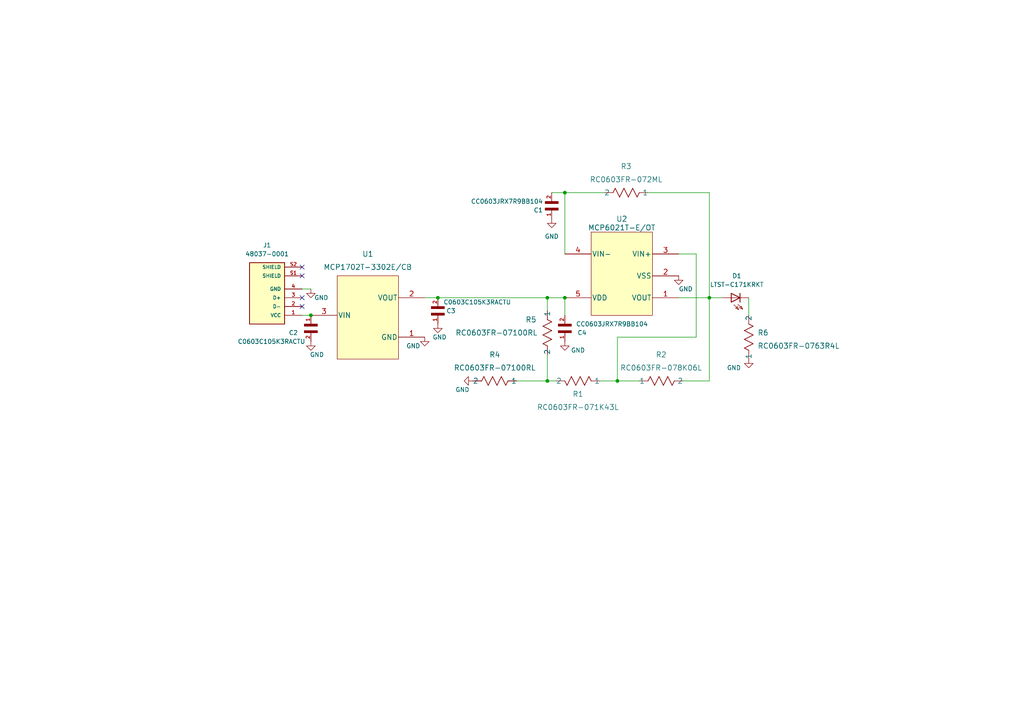
<source format=kicad_sch>
(kicad_sch (version 20211123) (generator eeschema)
  (paper "A4")
  (title_block (title "Eclectronics Mini-project 1") (company "Olin College of Engineering") (comment 1 "Kenta Burpee"))
  (lib_symbols
    (symbol "EclectronicsMP1:48037-0001" (pin_names (offset 1.016))
      (property "Reference" "J1" (at 0 15.24 0))
      (property "Value" "48037-0001" (at 0 12.7 0))
      (symbol "48037-0001_0_0"
        (rectangle (start -5.08 -10.16) (end 5.08 7.62) (stroke (width 0.254)) (fill (type background)))
        (pin power_in line (at -10.16 5.08 0) (length 5.08) (name "VCC") (number "1"))
        (pin bidirectional line (at -10.16 2.54 0) (length 5.08) (name "D-") (number "2"))
        (pin bidirectional line (at -10.16 0 0) (length 5.08) (name "D+") (number "3"))
        (pin power_in line (at -10.16 -2.54 0) (length 5.08) (name "GND") (number "4"))
        (pin passive line (at -10.16 -6.35 0) (length 5.08) (name "SHIELD") (number "S1"))
        (pin passive line (at -10.16 -8.89 0) (length 5.08) (name "SHIELD") (number "S2"))
      )
    )
    (symbol "EclectronicsMP1:C0603C105K3RACTU" (pin_names (offset 1.016) hide)
      (property "Reference" "C" (at 0 3.81 0))
      (property "Value" "C0603C105K3RACTU" (at 0 -5.08 0))
      (symbol "C0603C105K3RACTU_0_0"
        (rectangle (start 0 -1.905) (end 0.635 1.905) (fill (type outline)))
        (rectangle (start 1.905 -1.905) (end 2.54 1.905) (fill (type outline)))
        (pin passive line (at 5.08 0 180) (length 2.54) (name "~") (number "1"))
        (pin passive line (at -2.54 0 0) (length 2.54) (name "~") (number "2"))
      )
    )
    (symbol "EclectronicsMP1:CC0603JRX7R9BB104" (pin_names (offset 1.016) hide)
      (property "Reference" "C" (at 0 3.81 0))
      (property "Value" "CC0603JRX7R9BB104" (at 0 -5.08 0))
      (symbol "CC0603JRX7R9BB104_0_0"
        (rectangle (start 0 -1.905) (end 0.635 1.905) (fill (type outline)))
        (rectangle (start 1.905 -1.905) (end 2.54 1.905) (fill (type outline)))
        (pin passive line (at 5.08 0 180) (length 2.54) (name "~") (number "1"))
        (pin passive line (at -2.54 0 0) (length 2.54) (name "~") (number "2"))
      )
    )
    (symbol "EclectronicsMP1:LTST-C171KRKT" (pin_numbers hide) (pin_names (offset 1.016) hide)
      (property "Reference" "D" (at -2.032 4.064 0))
      (property "Value" "LTST-C171KRKT" (at -2.032 -5.715 0))
      (symbol "LTST-C171KRKT_0_0"
        (polyline (pts (xy 0 -1.27) (xy 0 0)) (stroke (width 0.254)))
        (polyline (pts (xy 0 0) (xy 0 1.27)) (stroke (width 0.254)))
        (polyline (pts (xy 0 0) (xy 2.54 1.27)) (stroke (width 0.254)))
        (polyline (pts (xy 0.635 1.905) (xy -0.762 3.302)) (stroke (width 0.1524)))
        (polyline (pts (xy 1.778 2.032) (xy 0.381 3.429)) (stroke (width 0.1524)))
        (polyline (pts (xy 2.54 -1.27) (xy 0 0)) (stroke (width 0.254)))
        (polyline (pts (xy 2.54 -1.27) (xy 2.54 0)) (stroke (width 0.254)))
        (polyline (pts (xy 2.54 0) (xy 0 0)) (stroke (width 0.1524)))
        (polyline (pts (xy 2.54 0) (xy 2.54 1.27)) (stroke (width 0.254)))
        (polyline (pts (xy -0.762 3.302) (xy 0.127 2.921) (xy -0.381 2.413) (xy -0.762 3.302)) (stroke (width 0.1524)) (fill (type background)))
        (polyline (pts (xy 0.381 3.429) (xy 1.27 3.048) (xy 0.762 2.54) (xy 0.381 3.429)) (stroke (width 0.1524)) (fill (type background)))
        (pin passive line (at 5.08 0 180) (length 2.54) (name "~") (number "+"))
        (pin passive line (at -2.54 0 0) (length 2.54) (name "~") (number "-"))
      )
    )
    (symbol "EclectronicsMP1:MCP1702T-3302E{brace}slash}CB" (pin_names (offset 0.254))
      (property "Reference" "U1" (at 27.94 10.16 0))
      (property "Value" "MCP1702T-3302E/CB" (at 27.94 6.35 0))
      (symbol "MCP1702T-3302E{brace}slash}CB_0_1"
        (rectangle (start 19.05 5.08) (end 36.83 -19.05) (fill (type background)))
      )
      (symbol "MCP1702T-3302E{brace}slash}CB_1_1"
        (pin power_in line (at 11.43 -1.27 0) (length 7.62) (name "GND") (number "1"))
        (pin power_out line (at 11.43 -12.7 0) (length 7.62) (name "VOUT") (number "2"))
        (pin power_in line (at 44.45 -7.62 180) (length 7.62) (name "VIN") (number "3"))
      )
    )
    (symbol "EclectronicsMP1:MCP6021T-E{brace}slash}OT" (pin_names (offset 0.254))
      (property "Reference" "U2" (at 29.21 11.43 0))
      (property "Value" "MCP6021T-E{slash}OT" (at 29.21 7.62 0))
      (symbol "MCP6021T-E{brace}slash}OT_0_1"
        (rectangle (start 21.59 5.08) (end 39.37 -19.05) (fill (type background)))
      )
      (symbol "MCP6021T-E{brace}slash}OT_1_1"
        (pin output line (at 13.97 0 0) (length 7.62) (name "VOUT") (number "1"))
        (pin power_in line (at 13.97 -6.35 0) (length 7.62) (name "VSS") (number "2"))
        (pin input line (at 13.97 -12.7 0) (length 7.62) (name "VIN+") (number "3"))
        (pin input line (at 46.99 -12.7 180) (length 7.62) (name "VIN-") (number "4"))
        (pin power_in line (at 46.99 0 180) (length 7.62) (name "VDD") (number "5"))
      )
    )
    (symbol "EclectronicsMP1:RC0603FR-07100RL" (pin_numbers hide) (pin_names (offset -2.54))
      (property "Reference" "R" (at 5.715 3.81 0))
      (property "Value" "RC0603FR-07100RL" (at 6.35 -6.985 0))
      (symbol "RC0603FR-07100RL_1_1"
        (polyline (pts (xy 2.54 0) (xy 3.175 1.27)) (stroke (width 0.2032)))
        (polyline (pts (xy 3.175 1.27) (xy 4.445 -1.27)) (stroke (width 0.2032)))
        (polyline (pts (xy 4.445 -1.27) (xy 5.715 1.27)) (stroke (width 0.2032)))
        (polyline (pts (xy 5.715 1.27) (xy 6.985 -1.27)) (stroke (width 0.2032)))
        (polyline (pts (xy 6.985 -1.27) (xy 8.255 1.27)) (stroke (width 0.2032)))
        (polyline (pts (xy 8.255 1.27) (xy 9.525 -1.27)) (stroke (width 0.2032)))
        (polyline (pts (xy 9.525 -1.27) (xy 10.16 0)) (stroke (width 0.2032)))
        (pin passive line (at 12.7 0 180) (length 2.54) (name "1") (number "1"))
        (pin passive line (at 0 0 0) (length 2.54) (name "2") (number "2"))
      )
    )
    (symbol "EclectronicsMP1:RC0603FR-071K43L" (pin_numbers hide) (pin_names (offset -2.54))
      (property "Reference" "R" (at 5.715 3.81 0))
      (property "Value" "RC0603FR-071K43L" (at 6.35 -6.985 0))
      (symbol "RC0603FR-071K43L_1_1"
        (polyline (pts (xy 2.54 0) (xy 3.175 1.27)) (stroke (width 0.2032)))
        (polyline (pts (xy 3.175 1.27) (xy 4.445 -1.27)) (stroke (width 0.2032)))
        (polyline (pts (xy 4.445 -1.27) (xy 5.715 1.27)) (stroke (width 0.2032)))
        (polyline (pts (xy 5.715 1.27) (xy 6.985 -1.27)) (stroke (width 0.2032)))
        (polyline (pts (xy 6.985 -1.27) (xy 8.255 1.27)) (stroke (width 0.2032)))
        (polyline (pts (xy 8.255 1.27) (xy 9.525 -1.27)) (stroke (width 0.2032)))
        (polyline (pts (xy 9.525 -1.27) (xy 10.16 0)) (stroke (width 0.2032)))
        (pin passive line (at 12.7 0 180) (length 2.54) (name "1") (number "1"))
        (pin passive line (at 0 0 0) (length 2.54) (name "2") (number "2"))
      )
    )
    (symbol "EclectronicsMP1:RC0603FR-072ML" (pin_numbers hide) (pin_names (offset -2.54))
      (property "Reference" "R" (at 5.715 3.81 0))
      (property "Value" "RC0603FR-072ML" (at 6.35 -6.985 0))
      (symbol "RC0603FR-072ML_1_1"
        (polyline (pts (xy 2.54 0) (xy 3.175 1.27)) (stroke (width 0.2032)))
        (polyline (pts (xy 3.175 1.27) (xy 4.445 -1.27)) (stroke (width 0.2032)))
        (polyline (pts (xy 4.445 -1.27) (xy 5.715 1.27)) (stroke (width 0.2032)))
        (polyline (pts (xy 5.715 1.27) (xy 6.985 -1.27)) (stroke (width 0.2032)))
        (polyline (pts (xy 6.985 -1.27) (xy 8.255 1.27)) (stroke (width 0.2032)))
        (polyline (pts (xy 8.255 1.27) (xy 9.525 -1.27)) (stroke (width 0.2032)))
        (polyline (pts (xy 9.525 -1.27) (xy 10.16 0)) (stroke (width 0.2032)))
        (pin passive line (at 12.7 0 180) (length 2.54) (name "1") (number "1"))
        (pin passive line (at 0 0 0) (length 2.54) (name "2") (number "2"))
      )
    )
    (symbol "EclectronicsMP1:RC0603FR-0763R4L" (pin_numbers hide) (pin_names (offset -2.54))
      (property "Reference" "R" (at 5.715 3.81 0))
      (property "Value" "RC0603FR-0763R4L" (at 6.35 -6.985 0))
      (symbol "RC0603FR-0763R4L_1_1"
        (polyline (pts (xy 2.54 0) (xy 3.175 1.27)) (stroke (width 0.2032)))
        (polyline (pts (xy 3.175 1.27) (xy 4.445 -1.27)) (stroke (width 0.2032)))
        (polyline (pts (xy 4.445 -1.27) (xy 5.715 1.27)) (stroke (width 0.2032)))
        (polyline (pts (xy 5.715 1.27) (xy 6.985 -1.27)) (stroke (width 0.2032)))
        (polyline (pts (xy 6.985 -1.27) (xy 8.255 1.27)) (stroke (width 0.2032)))
        (polyline (pts (xy 8.255 1.27) (xy 9.525 -1.27)) (stroke (width 0.2032)))
        (polyline (pts (xy 9.525 -1.27) (xy 10.16 0)) (stroke (width 0.2032)))
        (pin passive line (at 12.7 0 180) (length 2.54) (name "1") (number "1"))
        (pin passive line (at 0 0 0) (length 2.54) (name "2") (number "2"))
      )
    )
    (symbol "EclectronicsMP1:RC0603FR-078K06L" (pin_numbers hide) (pin_names (offset -2.54))
      (property "Reference" "R" (at 5.715 3.81 0))
      (property "Value" "RC0603FR-078K06L" (at 6.35 -6.985 0))
      (symbol "RC0603FR-078K06L_1_1"
        (polyline (pts (xy 2.54 0) (xy 3.175 1.27)) (stroke (width 0.2032)))
        (polyline (pts (xy 3.175 1.27) (xy 4.445 -1.27)) (stroke (width 0.2032)))
        (polyline (pts (xy 4.445 -1.27) (xy 5.715 1.27)) (stroke (width 0.2032)))
        (polyline (pts (xy 5.715 1.27) (xy 6.985 -1.27)) (stroke (width 0.2032)))
        (polyline (pts (xy 6.985 -1.27) (xy 8.255 1.27)) (stroke (width 0.2032)))
        (polyline (pts (xy 8.255 1.27) (xy 9.525 -1.27)) (stroke (width 0.2032)))
        (polyline (pts (xy 9.525 -1.27) (xy 10.16 0)) (stroke (width 0.2032)))
        (pin passive line (at 0 0 0) (length 2.54) (name "1") (number "1"))
        (pin passive line (at 12.7 0 180) (length 2.54) (name "2") (number "2"))
      )
    )
    (symbol "power:GND" (power) (pin_names (offset 0))
      (property "Value" "GND" (at 0 -3.81 0))
      (symbol "GND_0_1"
        (polyline (pts (xy 0 0) (xy 0 -1.27) (xy 1.27 -1.27) (xy 0 -2.54) (xy -1.27 -1.27) (xy 0 -1.27)))
      )
      (symbol "GND_1_1"
        (pin power_in line (at 0 0 270) (length 0) hide (name "GND") (number "1"))
      )
    )
  )
  (junction (at 158.75 86.36))
  (junction (at 158.75 110.49))
  (junction (at 163.83 86.36))
  (junction (at 90.17 91.44))
  (junction (at 127 86.36))
  (junction (at 163.83 55.88))
  (junction (at 205.74 86.36))
  (junction (at 179.07 110.49))
  (no_connect (at 87.63 88.9))
  (no_connect (at 87.63 86.36))
  (no_connect (at 87.63 80.01))
  (no_connect (at 87.63 77.47))
  (wire (pts (xy 179.07 110.49) (xy 185.42 110.49)))
  (wire (pts (xy 127 86.36) (xy 158.75 86.36)))
  (wire (pts (xy 196.85 73.66) (xy 201.93 73.66)))
  (wire (pts (xy 179.07 110.49) (xy 179.07 97.79)))
  (wire (pts (xy 161.29 110.49) (xy 158.75 110.49)))
  (wire (pts (xy 198.12 110.49) (xy 205.74 110.49)))
  (wire (pts (xy 163.83 55.88) (xy 163.83 73.66)))
  (wire (pts (xy 87.63 83.82) (xy 90.17 83.82)))
  (wire (pts (xy 163.83 91.44) (xy 163.83 86.36)))
  (wire (pts (xy 158.75 86.36) (xy 163.83 86.36)))
  (wire (pts (xy 201.93 97.79) (xy 201.93 73.66)))
  (wire (pts (xy 87.63 91.44) (xy 90.17 91.44)))
  (wire (pts (xy 187.96 55.88) (xy 205.74 55.88)))
  (wire (pts (xy 217.17 86.36) (xy 217.17 91.44)))
  (wire (pts (xy 158.75 86.36) (xy 158.75 90.17)))
  (wire (pts (xy 149.86 110.49) (xy 158.75 110.49)))
  (wire (pts (xy 179.07 97.79) (xy 201.93 97.79)))
  (wire (pts (xy 205.74 86.36) (xy 205.74 110.49)))
  (wire (pts (xy 123.19 86.36) (xy 127 86.36)))
  (wire (pts (xy 173.99 110.49) (xy 179.07 110.49)))
  (wire (pts (xy 196.85 86.36) (xy 205.74 86.36)))
  (wire (pts (xy 205.74 86.36) (xy 209.55 86.36)))
  (wire (pts (xy 160.02 55.88) (xy 163.83 55.88)))
  (wire (pts (xy 205.74 55.88) (xy 205.74 86.36)))
  (wire (pts (xy 163.83 55.88) (xy 175.26 55.88)))
  (wire (pts (xy 158.75 102.87) (xy 158.75 110.49)))
  (symbol (lib_id "power:GND") (at 217.17 104.14 0) (mirror y) (unit 1)
    (property "Reference" "#PWR0106" (effects hide))
    (property "Value" "GND" (at 210.82 106.68 0) (effects (justify right)))
  )
  (symbol (lib_id "EclectronicsMP1:RC0603FR-078K06L") (at 185.42 110.49 0) (unit 1)
    (property "Reference" "R2" (at 191.77 102.87 0) (effects (font (size 1.524 1.524))))
    (property "Value" "RC0603FR-078K06L" (at 191.77 106.68 0) (effects (font (size 1.524 1.524))))
    (property "Footprint" "EclectronicsMP1:RC0603FR-078K06L" (effects hide))
  )
  (symbol (lib_id "EclectronicsMP1:CC0603JRX7R9BB104") (at 163.83 93.98 270) (unit 1)
    (property "Reference" "C4" (at 170.18 96.52 90) (effects (justify right)))
    (property "Value" "CC0603JRX7R9BB104" (at 187.96 93.98 90) (effects (justify right)))
    (property "Footprint" "EclectronicsMP1:CAPC1608X90" (effects hide))
  )
  (symbol (lib_id "EclectronicsMP1:MCP6021T-E{brace}slash}OT") (at 210.82 86.36 180) (unit 1)
    (property "Reference" "U2" (at 180.34 63.5 0) (effects (font (size 1.524 1.524))))
    (property "Value" "MCP6021T-E/OT" (at 180.34 66.04 0) (effects (font (size 1.524 1.524))))
    (property "Footprint" "EclectronicsMP1:MCP6021T-E&slash_OT" (effects hide))
  )
  (symbol (lib_id "EclectronicsMP1:C0603C105K3RACTU") (at 90.17 96.52 90) (unit 1)
    (property "Reference" "C2" (at 85.09 96.52 90))
    (property "Value" "C0603C105K3RACTU" (at 78.74 99.06 90))
    (property "Footprint" "EclectronicsMP1:CAPC1608X90" (effects hide))
  )
  (symbol (lib_id "EclectronicsMP1:RC0603FR-07100RL") (at 158.75 102.87 90) (unit 1)
    (property "Reference" "R5" (at 152.4 92.71 90) (effects (font (size 1.524 1.524)) (justify right)))
    (property "Value" "RC0603FR-07100RL" (at 132.08 96.52 90) (effects (font (size 1.524 1.524)) (justify right)))
    (property "Footprint" "EclectronicsMP1:RC0603FR-07100RL" (effects hide))
  )
  (symbol (lib_id "power:GND") (at 90.17 99.06 0) (mirror y) (unit 1)
    (property "Reference" "#PWR0107" (effects hide))
    (property "Value" "GND" (at 93.98 102.87 0) (effects (justify left)))
  )
  (symbol (lib_id "EclectronicsMP1:LTST-C171KRKT") (at 214.63 86.36 180) (unit 1)
    (property "Reference" "D1" (at 213.7156 80.01 0))
    (property "Value" "LTST-C171KRKT" (at 213.7156 82.55 0))
    (property "Footprint" "EclectronicsMP1:DIOC200X125X110" (effects hide))
    (property "MANUFACTURER" "LiteOn" (effects hide))
  )
  (symbol (lib_id "EclectronicsMP1:MCP1702T-3302E{brace}slash}CB") (at 134.62 99.06 180) (unit 1)
    (property "Reference" "U1" (at 106.68 73.66 0) (effects (font (size 1.524 1.524))))
    (property "Value" "MCP1702T-3302E/CB" (at 106.68 77.47 0) (effects (font (size 1.524 1.524))))
    (property "Footprint" "EclectronicsMP1:MCP1702T-3302E&slash_CB" (effects hide))
  )
  (symbol (lib_id "EclectronicsMP1:RC0603FR-0763R4L") (at 217.17 91.44 270) (unit 1)
    (property "Reference" "R6" (at 219.71 96.52 90) (effects (font (size 1.524 1.524)) (justify left)))
    (property "Value" "RC0603FR-0763R4L" (at 219.71 100.33 90) (effects (font (size 1.524 1.524)) (justify left)))
    (property "Footprint" "EclectronicsMP1:RC0603FR-0763R4L" (effects hide))
  )
  (symbol (lib_id "power:GND") (at 160.02 63.5 0) (mirror y) (unit 1)
    (property "Reference" "#PWR0103" (effects hide))
    (property "Value" "GND" (at 160.02 68.58 0))
  )
  (symbol (lib_id "power:GND") (at 127 93.98 0) (mirror y) (unit 1)
    (property "Reference" "#PWR0105" (effects hide))
    (property "Value" "GND" (at 129.54 97.79 0) (effects (justify left)))
  )
  (symbol (lib_id "EclectronicsMP1:48037-0001") (at 77.47 86.36 180) (unit 1)
    (property "Reference" "J1" (at 77.47 71.12 0))
    (property "Value" "48037-0001" (at 77.47 73.66 0))
    (property "Footprint" "EclectronicsMP1:MOLEX_48037-0001" (effects hide))
    (property "PARTREV" "D" (effects hide))
    (property "MAXIMUM_PACKAGE_HEIGHT" "4.6mm" (effects hide))
    (property "STANDARD" "Manufacturer Recommendations" (effects hide))
    (property "MANUFACTURER" "Molex" (effects hide))
  )
  (symbol (lib_id "power:GND") (at 123.19 97.79 0) (mirror y) (unit 1)
    (property "Reference" "#PWR0109" (effects hide))
    (property "Value" "GND" (at 121.92 100.33 0) (effects (justify left)))
  )
  (symbol (lib_id "power:GND") (at 196.85 80.01 0) (mirror y) (unit 1)
    (property "Reference" "#PWR0102" (effects hide))
    (property "Value" "GND" (at 196.85 83.82 0) (effects (justify right)))
  )
  (symbol (lib_id "EclectronicsMP1:C0603C105K3RACTU") (at 127 88.9 270) (unit 1)
    (property "Reference" "C3" (at 130.81 90.17 90))
    (property "Value" "C0603C105K3RACTU" (at 138.43 87.63 90))
    (property "Footprint" "EclectronicsMP1:CAPC1608X90" (effects hide))
  )
  (symbol (lib_id "power:GND") (at 90.17 83.82 0) (mirror y) (unit 1)
    (property "Reference" "#PWR0108" (effects hide))
    (property "Value" "GND" (at 95.25 86.36 0) (effects (justify left)))
  )
  (symbol (lib_id "power:GND") (at 163.83 99.06 0) (mirror y) (unit 1)
    (property "Reference" "#PWR0101" (effects hide))
    (property "Value" "GND" (at 167.64 101.6 0))
  )
  (symbol (lib_id "EclectronicsMP1:RC0603FR-071K43L") (at 161.29 110.49 0) (mirror x) (unit 1)
    (property "Reference" "R1" (at 167.64 114.3 0) (effects (font (size 1.524 1.524))))
    (property "Value" "RC0603FR-071K43L" (at 167.64 118.11 0) (effects (font (size 1.524 1.524))))
    (property "Footprint" "EclectronicsMP1:RC0603FR-071K43L" (effects hide))
  )
  (symbol (lib_id "EclectronicsMP1:CC0603JRX7R9BB104") (at 160.02 58.42 270) (unit 1)
    (property "Reference" "C1" (at 157.48 60.9601 90) (effects (justify right)))
    (property "Value" "CC0603JRX7R9BB104" (at 157.48 58.4201 90) (effects (justify right)))
    (property "Footprint" "EclectronicsMP1:CAPC1608X90" (effects hide))
  )
  (symbol (lib_id "EclectronicsMP1:RC0603FR-072ML") (at 175.26 55.88 0) (unit 1)
    (property "Reference" "R3" (at 181.61 48.26 0) (effects (font (size 1.524 1.524))))
    (property "Value" "RC0603FR-072ML" (at 181.61 52.07 0) (effects (font (size 1.524 1.524))))
    (property "Footprint" "EclectronicsMP1:RC0603FR-072ML" (effects hide))
  )
  (symbol (lib_id "power:GND") (at 137.16 110.49 270) (mirror x) (unit 1)
    (property "Reference" "#PWR0104" (effects hide))
    (property "Value" "GND" (at 132.08 113.03 90) (effects (justify left)))
  )
  (symbol (lib_id "EclectronicsMP1:RC0603FR-07100RL") (at 137.16 110.49 0) (unit 1)
    (property "Reference" "R4" (at 143.51 102.87 0) (effects (font (size 1.524 1.524))))
    (property "Value" "RC0603FR-07100RL" (at 143.51 106.68 0) (effects (font (size 1.524 1.524))))
    (property "Footprint" "EclectronicsMP1:RC0603FR-07100RL" (effects hide))
  )
)
</source>
